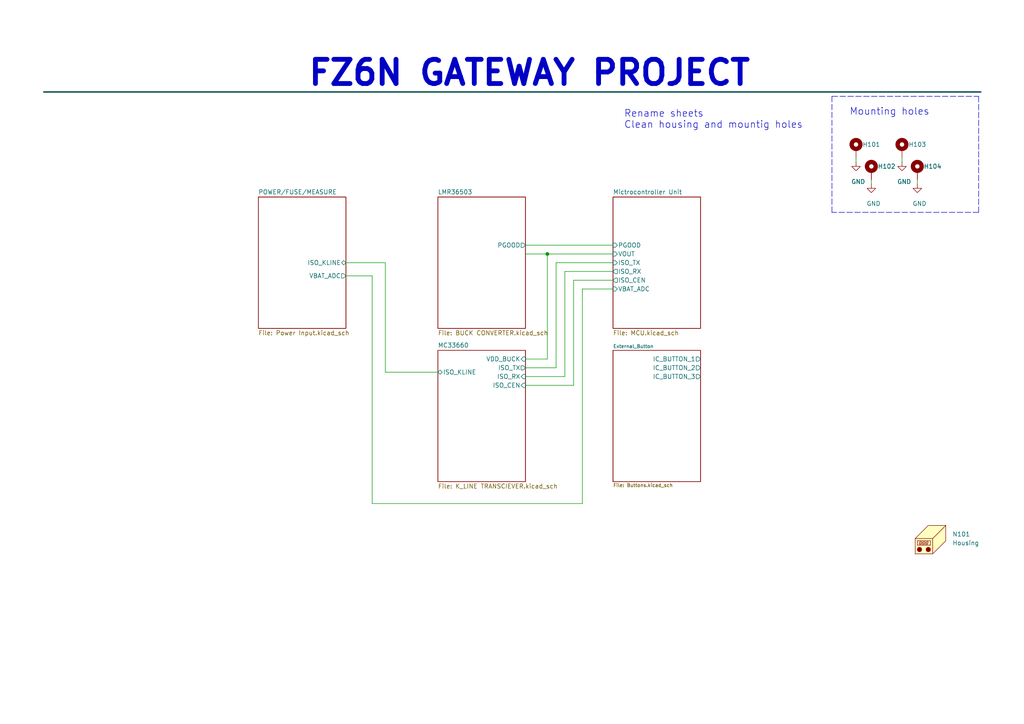
<source format=kicad_sch>
(kicad_sch (version 20211123) (generator eeschema)
  (paper "A4")
  (title_block (title "FZ6N_GATEWAY") (date "2021-05-28") (rev "A0") (company "Quasi Peak") (comment 1 "PRZ"))
  (lib_symbols
    (symbol "Mechanical:Housing" (pin_names (offset 1.016))
      (property "Reference" "N" (at 3.81 0 0))
      (property "Value" "Housing" (at 3.81 -1.905 0))
      (symbol "Housing_0_1"
        (rectangle (start -5.08 -0.635) (end -1.27 -1.905))
        (circle (center -4.445 -3.175) (radius 0.635) (fill (type outline)))
        (circle (center -1.905 -3.175) (radius 0.635) (fill (type outline)))
        (polyline (pts (xy -4.5212 -1.5748) (xy -4.4704 -1.3716)))
        (polyline (pts (xy -4.4196 -1.6764) (xy -4.064 -1.6764)))
        (polyline (pts (xy -4.4196 -1.2192) (xy -4.3688 -0.9652)))
        (polyline (pts (xy -4.318 -1.3208) (xy -4.0132 -1.3208)))
        (polyline (pts (xy -4.2164 -0.9144) (xy -3.9116 -0.9144)))
        (polyline (pts (xy -3.9116 -1.6256) (xy -3.8608 -1.3716)))
        (polyline (pts (xy -3.81 -1.2192) (xy -3.7592 -0.9652)))
        (polyline (pts (xy -3.6068 -1.5748) (xy -3.556 -1.3716)))
        (polyline (pts (xy -3.5052 -1.6764) (xy -3.1496 -1.6764)))
        (polyline (pts (xy -3.5052 -1.2192) (xy -3.4544 -0.9652)))
        (polyline (pts (xy -3.4036 -1.3208) (xy -3.0988 -1.3208)))
        (polyline (pts (xy -3.302 -0.9144) (xy -2.9972 -0.9144)))
        (polyline (pts (xy -2.9972 -1.6256) (xy -2.9464 -1.3716)))
        (polyline (pts (xy -2.8956 -1.2192) (xy -2.8448 -0.9652)))
        (polyline (pts (xy -2.6924 -1.5748) (xy -2.6416 -1.3716)))
        (polyline (pts (xy -2.5908 -1.6764) (xy -2.2352 -1.6764)))
        (polyline (pts (xy -2.5908 -1.2192) (xy -2.54 -0.9652)))
        (polyline (pts (xy -2.4892 -1.3208) (xy -2.1844 -1.3208)))
        (polyline (pts (xy -2.3876 -0.9144) (xy -2.0828 -0.9144)))
        (polyline (pts (xy -2.0828 -1.6256) (xy -2.032 -1.3716)))
        (polyline (pts (xy -1.9812 -1.2192) (xy -1.9304 -0.9652)))
        (polyline (pts (xy -0.635 0) (xy -0.635 -4.445)))
        (polyline (pts (xy -5.715 0) (xy -0.635 0) (xy 3.175 3.81)))
        (polyline (pts (xy -5.715 0) (xy -5.715 -4.445) (xy -0.635 -4.445) (xy 3.175 -0.635) (xy 3.175 3.81) (xy -1.905 3.81) (xy -5.715 0)) (fill (type background)))
      )
    )
    (symbol "Mechanical:MountingHole_Pad" (pin_numbers hide) (pin_names (offset 1.016) hide)
      (property "Reference" "H" (at 0 6.35 0))
      (property "Value" "MountingHole_Pad" (at 0 4.445 0))
      (symbol "MountingHole_Pad_0_1"
        (circle (center 0 1.27) (radius 1.27) (stroke (width 1.27)))
      )
      (symbol "MountingHole_Pad_1_1"
        (pin input line (at 0 -2.54 90) (length 2.54) (name "1") (number "1"))
      )
    )
    (symbol "power:GND" (power) (pin_names (offset 0))
      (property "Value" "GND" (at 0 -3.81 0))
      (symbol "GND_0_1"
        (polyline (pts (xy 0 0) (xy 0 -1.27) (xy 1.27 -1.27) (xy 0 -2.54) (xy -1.27 -1.27) (xy 0 -1.27)))
      )
      (symbol "GND_1_1"
        (pin power_in line (at 0 0 270) (length 0) hide (name "GND") (number "1"))
      )
    )
  )
  (junction (at 158.75 73.66))
  (polyline (pts (xy 241.3 27.94) (xy 283.845 27.94)))
  (wire (pts (xy 100.33 76.2) (xy 111.76 76.2)))
  (polyline (pts (xy 283.845 27.94) (xy 283.845 61.595)))
  (wire (pts (xy 177.8 71.12) (xy 152.4 71.12)))
  (wire (pts (xy 166.37 81.28) (xy 177.8 81.28)))
  (polyline (pts (xy 283.845 61.595) (xy 241.3 61.595)))
  (wire (pts (xy 163.83 78.74) (xy 177.8 78.74)))
  (wire (pts (xy 152.4 109.22) (xy 163.83 109.22)))
  (wire (pts (xy 261.62 46.99) (xy 261.62 45.72)))
  (wire (pts (xy 163.83 109.22) (xy 163.83 78.74)))
  (wire (pts (xy 152.4 104.14) (xy 158.75 104.14)))
  (wire (pts (xy 111.76 107.95) (xy 127 107.95)))
  (wire (pts (xy 248.285 46.99) (xy 248.285 45.72)))
  (wire (pts (xy 158.75 104.14) (xy 158.75 73.66)))
  (wire (pts (xy 158.75 73.66) (xy 177.8 73.66)))
  (wire (pts (xy 161.29 76.2) (xy 161.29 106.68)))
  (wire (pts (xy 107.95 80.01) (xy 107.95 146.05)))
  (polyline (pts (xy 241.3 61.595) (xy 241.3 27.94)))
  (wire (pts (xy 152.4 106.68) (xy 161.29 106.68)))
  (polyline (pts (xy 12.7 26.67) (xy 284.48 26.67)) (stroke (width 0.4064) (type solid) (color 0 72 72 1)))
  (wire (pts (xy 152.4 73.66) (xy 158.75 73.66)))
  (wire (pts (xy 168.91 83.82) (xy 177.8 83.82)))
  (wire (pts (xy 266.065 53.34) (xy 266.065 52.07)))
  (wire (pts (xy 252.73 53.34) (xy 252.73 52.07)))
  (wire (pts (xy 111.76 76.2) (xy 111.76 107.95)))
  (wire (pts (xy 152.4 111.76) (xy 166.37 111.76)))
  (wire (pts (xy 168.91 146.05) (xy 168.91 83.82)))
  (wire (pts (xy 107.95 146.05) (xy 168.91 146.05)))
  (wire (pts (xy 100.33 80.01) (xy 107.95 80.01)))
  (wire (pts (xy 166.37 111.76) (xy 166.37 81.28)))
  (wire (pts (xy 177.8 76.2) (xy 161.29 76.2)))
  (text "Rename sheets\nClean housing and mountig holes" (at 180.975 37.465 0) (effects (font (size 2.0066 2.0066)) (justify left bottom)))
  (text "FZ6N GATEWAY PROJECT" (at 88.9 25.4 0) (effects (font (size 7.0104 7.0104) (thickness 1.4021) bold) (justify left bottom)))
  (text "Mounting holes" (at 246.38 33.655 0) (effects (font (size 2.0066 2.0066)) (justify left bottom)))
  (symbol (lib_id "Mechanical:Housing") (at 271.145 156.21 0)
    (property "Reference" "N101" (at 276.225 154.94 0) (effects (justify left)))
    (property "Value" "Housing" (at 276.225 157.48 0) (effects (justify left)))
    (property "Footprint" "Symbol:OSHW-Logo2_7.3x6mm_SilkScreen" (effects hide))
  )
  (symbol (lib_id "Mechanical:MountingHole_Pad") (at 248.285 43.18 0) (unit 1)
    (property "Reference" "H101" (at 252.73 41.91 0))
    (property "Value" "MountingHole_Pad" (effects hide))
    (property "Footprint" "MountingHole:MountingHole_2.2mm_M2_Pad_Via" (effects hide))
  )
  (symbol (lib_id "power:GND") (at 248.285 46.99 0) (unit 1)
    (property "Reference" "#PWR0103" (effects hide))
    (property "Value" "GND" (at 248.92 52.705 0))
  )
  (symbol (lib_id "Mechanical:MountingHole_Pad") (at 252.73 49.53 0) (unit 1)
    (property "Reference" "H102" (at 257.175 48.26 0))
    (property "Value" "MountingHole_Pad" (effects hide))
    (property "Footprint" "MountingHole:MountingHole_2.2mm_M2_Pad_Via" (effects hide))
  )
  (symbol (lib_id "power:GND") (at 252.73 53.34 0) (unit 1)
    (property "Reference" "#PWR0104" (effects hide))
    (property "Value" "GND" (at 253.365 59.055 0))
  )
  (symbol (lib_id "Mechanical:MountingHole_Pad") (at 261.62 43.18 0) (unit 1)
    (property "Reference" "H103" (at 266.065 41.91 0))
    (property "Value" "MountingHole_Pad" (effects hide))
    (property "Footprint" "MountingHole:MountingHole_2.2mm_M2_Pad_Via" (effects hide))
  )
  (symbol (lib_id "power:GND") (at 261.62 46.99 0) (unit 1)
    (property "Reference" "#PWR0105" (effects hide))
    (property "Value" "GND" (at 262.255 52.705 0))
  )
  (symbol (lib_id "Mechanical:MountingHole_Pad") (at 266.065 49.53 0) (unit 1)
    (property "Reference" "H104" (at 270.51 48.26 0))
    (property "Value" "MountingHole_Pad" (effects hide))
    (property "Footprint" "MountingHole:MountingHole_2.2mm_M2_Pad_Via" (effects hide))
  )
  (symbol (lib_id "power:GND") (at 266.065 53.34 0) (unit 1)
    (property "Reference" "#PWR0106" (effects hide))
    (property "Value" "GND" (at 266.7 59.055 0))
  )
  (sheet (at 127 57.15) (size 25.4 38.1)
    (property "Sheet name" "LMR36503" (at 127 56.4384 0) (effects (justify left bottom)))
    (property "Sheet file" "BUCK CONVERTER.kicad_sch" (at 127 95.8346 0) (effects (justify left top)))
    (pin "PGOOD" output (at 152.4 71.12 0))
  )
  (sheet (at 177.8 57.15) (size 25.4 38.1)
    (property "Sheet name" "Mictrocontroller Unit" (at 177.8 56.4384 0) (effects (justify left bottom)))
    (property "Sheet file" "MCU.kicad_sch" (at 177.8 95.8346 0) (effects (justify left top)))
    (pin "VOUT" input (at 177.8 73.66 180))
    (pin "PGOOD" input (at 177.8 71.12 180))
    (pin "ISO_TX" input (at 177.8 76.2 180))
    (pin "ISO_RX" output (at 177.8 78.74 180))
    (pin "ISO_CEN" output (at 177.8 81.28 180))
    (pin "VBAT_ADC" input (at 177.8 83.82 180))
  )
  (sheet (at 127 101.6) (size 25.4 38.1)
    (property "Sheet name" "MC33660" (at 127 100.8884 0) (effects (justify left bottom)))
    (property "Sheet file" "K_LINE TRANSCIEVER.kicad_sch" (at 127 140.2846 0) (effects (justify left top)))
    (pin "ISO_KLINE" bidirectional (at 127 107.95 180))
    (pin "ISO_TX" output (at 152.4 106.68 0))
    (pin "ISO_RX" input (at 152.4 109.22 0))
    (pin "ISO_CEN" input (at 152.4 111.76 0))
    (pin "VDD_BUCK" input (at 152.4 104.14 0))
  )
  (sheet (at 74.93 57.15) (size 25.4 38.1)
    (property "Sheet name" "POWER/FUSE/MEASURE" (at 74.93 56.4384 0) (effects (justify left bottom)))
    (property "Sheet file" "Power Input.kicad_sch" (at 74.93 95.8346 0) (effects (justify left top)))
    (pin "VBAT_ADC" output (at 100.33 80.01 0))
    (pin "ISO_KLINE" bidirectional (at 100.33 76.2 0))
  )
  (sheet (at 177.8 101.6) (size 25.4 38.1)
    (property "Sheet name" "External_Button" (at 177.8 101.0281 0) (effects (font (size 0.9906 0.9906)) (justify left bottom)))
    (property "Sheet file" "Buttons.kicad_sch" (at 177.8 140.1728 0) (effects (font (size 0.9906 0.9906)) (justify left top)))
    (pin "IC_BUTTON_1" output (at 203.2 104.14 0))
    (pin "IC_BUTTON_2" output (at 203.2 106.68 0))
    (pin "IC_BUTTON_3" output (at 203.2 109.22 0))
  )
)
</source>
